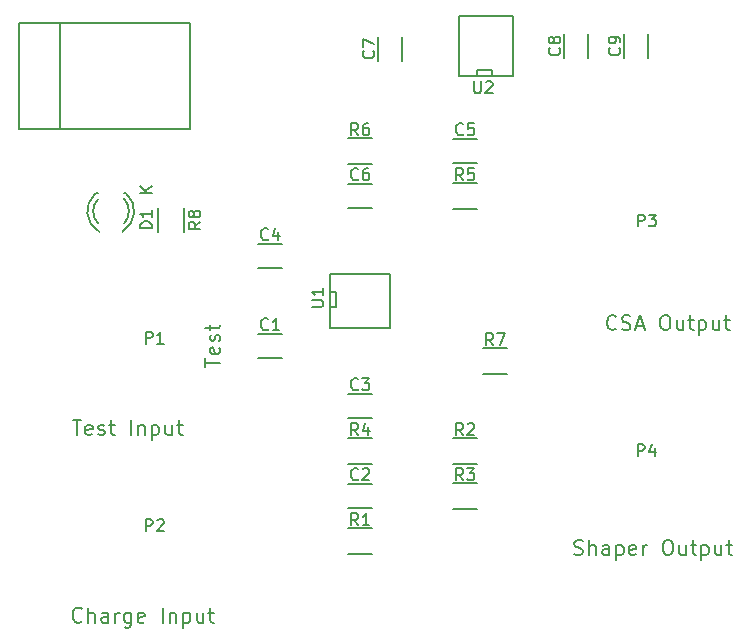
<source format=gbr>
G04 #@! TF.FileFunction,Legend,Top*
%FSLAX46Y46*%
G04 Gerber Fmt 4.6, Leading zero omitted, Abs format (unit mm)*
G04 Created by KiCad (PCBNEW 4.0.1-stable) date Wednesday, May 18, 2016 'PMt' 12:19:56 PM*
%MOMM*%
G01*
G04 APERTURE LIST*
%ADD10C,0.100000*%
%ADD11C,0.177800*%
%ADD12C,0.150000*%
G04 APERTURE END LIST*
D10*
D11*
X178858333Y-86299524D02*
X179584048Y-86299524D01*
X179221191Y-87569524D02*
X179221191Y-86299524D01*
X180491190Y-87509048D02*
X180370238Y-87569524D01*
X180128333Y-87569524D01*
X180007381Y-87509048D01*
X179946905Y-87388095D01*
X179946905Y-86904286D01*
X180007381Y-86783333D01*
X180128333Y-86722857D01*
X180370238Y-86722857D01*
X180491190Y-86783333D01*
X180551667Y-86904286D01*
X180551667Y-87025238D01*
X179946905Y-87146190D01*
X181035476Y-87509048D02*
X181156428Y-87569524D01*
X181398333Y-87569524D01*
X181519285Y-87509048D01*
X181579761Y-87388095D01*
X181579761Y-87327619D01*
X181519285Y-87206667D01*
X181398333Y-87146190D01*
X181216904Y-87146190D01*
X181095952Y-87085714D01*
X181035476Y-86964762D01*
X181035476Y-86904286D01*
X181095952Y-86783333D01*
X181216904Y-86722857D01*
X181398333Y-86722857D01*
X181519285Y-86783333D01*
X181942618Y-86722857D02*
X182426428Y-86722857D01*
X182124047Y-86299524D02*
X182124047Y-87388095D01*
X182184523Y-87509048D01*
X182305476Y-87569524D01*
X182426428Y-87569524D01*
X183817380Y-87569524D02*
X183817380Y-86299524D01*
X184422142Y-86722857D02*
X184422142Y-87569524D01*
X184422142Y-86843810D02*
X184482618Y-86783333D01*
X184603571Y-86722857D01*
X184784999Y-86722857D01*
X184905951Y-86783333D01*
X184966428Y-86904286D01*
X184966428Y-87569524D01*
X185571190Y-86722857D02*
X185571190Y-87992857D01*
X185571190Y-86783333D02*
X185692142Y-86722857D01*
X185934047Y-86722857D01*
X186054999Y-86783333D01*
X186115476Y-86843810D01*
X186175952Y-86964762D01*
X186175952Y-87327619D01*
X186115476Y-87448571D01*
X186054999Y-87509048D01*
X185934047Y-87569524D01*
X185692142Y-87569524D01*
X185571190Y-87509048D01*
X187264524Y-86722857D02*
X187264524Y-87569524D01*
X186720238Y-86722857D02*
X186720238Y-87388095D01*
X186780714Y-87509048D01*
X186901667Y-87569524D01*
X187083095Y-87569524D01*
X187204047Y-87509048D01*
X187264524Y-87448571D01*
X187687857Y-86722857D02*
X188171667Y-86722857D01*
X187869286Y-86299524D02*
X187869286Y-87388095D01*
X187929762Y-87509048D01*
X188050715Y-87569524D01*
X188171667Y-87569524D01*
X224880714Y-78558571D02*
X224820238Y-78619048D01*
X224638809Y-78679524D01*
X224517857Y-78679524D01*
X224336429Y-78619048D01*
X224215476Y-78498095D01*
X224155000Y-78377143D01*
X224094524Y-78135238D01*
X224094524Y-77953810D01*
X224155000Y-77711905D01*
X224215476Y-77590952D01*
X224336429Y-77470000D01*
X224517857Y-77409524D01*
X224638809Y-77409524D01*
X224820238Y-77470000D01*
X224880714Y-77530476D01*
X225364524Y-78619048D02*
X225545952Y-78679524D01*
X225848333Y-78679524D01*
X225969286Y-78619048D01*
X226029762Y-78558571D01*
X226090238Y-78437619D01*
X226090238Y-78316667D01*
X226029762Y-78195714D01*
X225969286Y-78135238D01*
X225848333Y-78074762D01*
X225606429Y-78014286D01*
X225485476Y-77953810D01*
X225425000Y-77893333D01*
X225364524Y-77772381D01*
X225364524Y-77651429D01*
X225425000Y-77530476D01*
X225485476Y-77470000D01*
X225606429Y-77409524D01*
X225908809Y-77409524D01*
X226090238Y-77470000D01*
X226574048Y-78316667D02*
X227178810Y-78316667D01*
X226453095Y-78679524D02*
X226876429Y-77409524D01*
X227299762Y-78679524D01*
X228932619Y-77409524D02*
X229174523Y-77409524D01*
X229295476Y-77470000D01*
X229416428Y-77590952D01*
X229476904Y-77832857D01*
X229476904Y-78256190D01*
X229416428Y-78498095D01*
X229295476Y-78619048D01*
X229174523Y-78679524D01*
X228932619Y-78679524D01*
X228811666Y-78619048D01*
X228690714Y-78498095D01*
X228630238Y-78256190D01*
X228630238Y-77832857D01*
X228690714Y-77590952D01*
X228811666Y-77470000D01*
X228932619Y-77409524D01*
X230565476Y-77832857D02*
X230565476Y-78679524D01*
X230021190Y-77832857D02*
X230021190Y-78498095D01*
X230081666Y-78619048D01*
X230202619Y-78679524D01*
X230384047Y-78679524D01*
X230504999Y-78619048D01*
X230565476Y-78558571D01*
X230988809Y-77832857D02*
X231472619Y-77832857D01*
X231170238Y-77409524D02*
X231170238Y-78498095D01*
X231230714Y-78619048D01*
X231351667Y-78679524D01*
X231472619Y-78679524D01*
X231895952Y-77832857D02*
X231895952Y-79102857D01*
X231895952Y-77893333D02*
X232016904Y-77832857D01*
X232258809Y-77832857D01*
X232379761Y-77893333D01*
X232440238Y-77953810D01*
X232500714Y-78074762D01*
X232500714Y-78437619D01*
X232440238Y-78558571D01*
X232379761Y-78619048D01*
X232258809Y-78679524D01*
X232016904Y-78679524D01*
X231895952Y-78619048D01*
X233589286Y-77832857D02*
X233589286Y-78679524D01*
X233045000Y-77832857D02*
X233045000Y-78498095D01*
X233105476Y-78619048D01*
X233226429Y-78679524D01*
X233407857Y-78679524D01*
X233528809Y-78619048D01*
X233589286Y-78558571D01*
X234012619Y-77832857D02*
X234496429Y-77832857D01*
X234194048Y-77409524D02*
X234194048Y-78498095D01*
X234254524Y-78619048D01*
X234375477Y-78679524D01*
X234496429Y-78679524D01*
X221342857Y-97669048D02*
X221524285Y-97729524D01*
X221826666Y-97729524D01*
X221947619Y-97669048D01*
X222008095Y-97608571D01*
X222068571Y-97487619D01*
X222068571Y-97366667D01*
X222008095Y-97245714D01*
X221947619Y-97185238D01*
X221826666Y-97124762D01*
X221584762Y-97064286D01*
X221463809Y-97003810D01*
X221403333Y-96943333D01*
X221342857Y-96822381D01*
X221342857Y-96701429D01*
X221403333Y-96580476D01*
X221463809Y-96520000D01*
X221584762Y-96459524D01*
X221887142Y-96459524D01*
X222068571Y-96520000D01*
X222612857Y-97729524D02*
X222612857Y-96459524D01*
X223157143Y-97729524D02*
X223157143Y-97064286D01*
X223096666Y-96943333D01*
X222975714Y-96882857D01*
X222794286Y-96882857D01*
X222673333Y-96943333D01*
X222612857Y-97003810D01*
X224306191Y-97729524D02*
X224306191Y-97064286D01*
X224245714Y-96943333D01*
X224124762Y-96882857D01*
X223882857Y-96882857D01*
X223761905Y-96943333D01*
X224306191Y-97669048D02*
X224185238Y-97729524D01*
X223882857Y-97729524D01*
X223761905Y-97669048D01*
X223701429Y-97548095D01*
X223701429Y-97427143D01*
X223761905Y-97306190D01*
X223882857Y-97245714D01*
X224185238Y-97245714D01*
X224306191Y-97185238D01*
X224910953Y-96882857D02*
X224910953Y-98152857D01*
X224910953Y-96943333D02*
X225031905Y-96882857D01*
X225273810Y-96882857D01*
X225394762Y-96943333D01*
X225455239Y-97003810D01*
X225515715Y-97124762D01*
X225515715Y-97487619D01*
X225455239Y-97608571D01*
X225394762Y-97669048D01*
X225273810Y-97729524D01*
X225031905Y-97729524D01*
X224910953Y-97669048D01*
X226543810Y-97669048D02*
X226422858Y-97729524D01*
X226180953Y-97729524D01*
X226060001Y-97669048D01*
X225999525Y-97548095D01*
X225999525Y-97064286D01*
X226060001Y-96943333D01*
X226180953Y-96882857D01*
X226422858Y-96882857D01*
X226543810Y-96943333D01*
X226604287Y-97064286D01*
X226604287Y-97185238D01*
X225999525Y-97306190D01*
X227148572Y-97729524D02*
X227148572Y-96882857D01*
X227148572Y-97124762D02*
X227209048Y-97003810D01*
X227269524Y-96943333D01*
X227390477Y-96882857D01*
X227511429Y-96882857D01*
X229144286Y-96459524D02*
X229386190Y-96459524D01*
X229507143Y-96520000D01*
X229628095Y-96640952D01*
X229688571Y-96882857D01*
X229688571Y-97306190D01*
X229628095Y-97548095D01*
X229507143Y-97669048D01*
X229386190Y-97729524D01*
X229144286Y-97729524D01*
X229023333Y-97669048D01*
X228902381Y-97548095D01*
X228841905Y-97306190D01*
X228841905Y-96882857D01*
X228902381Y-96640952D01*
X229023333Y-96520000D01*
X229144286Y-96459524D01*
X230777143Y-96882857D02*
X230777143Y-97729524D01*
X230232857Y-96882857D02*
X230232857Y-97548095D01*
X230293333Y-97669048D01*
X230414286Y-97729524D01*
X230595714Y-97729524D01*
X230716666Y-97669048D01*
X230777143Y-97608571D01*
X231200476Y-96882857D02*
X231684286Y-96882857D01*
X231381905Y-96459524D02*
X231381905Y-97548095D01*
X231442381Y-97669048D01*
X231563334Y-97729524D01*
X231684286Y-97729524D01*
X232107619Y-96882857D02*
X232107619Y-98152857D01*
X232107619Y-96943333D02*
X232228571Y-96882857D01*
X232470476Y-96882857D01*
X232591428Y-96943333D01*
X232651905Y-97003810D01*
X232712381Y-97124762D01*
X232712381Y-97487619D01*
X232651905Y-97608571D01*
X232591428Y-97669048D01*
X232470476Y-97729524D01*
X232228571Y-97729524D01*
X232107619Y-97669048D01*
X233800953Y-96882857D02*
X233800953Y-97729524D01*
X233256667Y-96882857D02*
X233256667Y-97548095D01*
X233317143Y-97669048D01*
X233438096Y-97729524D01*
X233619524Y-97729524D01*
X233740476Y-97669048D01*
X233800953Y-97608571D01*
X234224286Y-96882857D02*
X234708096Y-96882857D01*
X234405715Y-96459524D02*
X234405715Y-97548095D01*
X234466191Y-97669048D01*
X234587144Y-97729524D01*
X234708096Y-97729524D01*
X179644523Y-103323571D02*
X179584047Y-103384048D01*
X179402618Y-103444524D01*
X179281666Y-103444524D01*
X179100238Y-103384048D01*
X178979285Y-103263095D01*
X178918809Y-103142143D01*
X178858333Y-102900238D01*
X178858333Y-102718810D01*
X178918809Y-102476905D01*
X178979285Y-102355952D01*
X179100238Y-102235000D01*
X179281666Y-102174524D01*
X179402618Y-102174524D01*
X179584047Y-102235000D01*
X179644523Y-102295476D01*
X180188809Y-103444524D02*
X180188809Y-102174524D01*
X180733095Y-103444524D02*
X180733095Y-102779286D01*
X180672618Y-102658333D01*
X180551666Y-102597857D01*
X180370238Y-102597857D01*
X180249285Y-102658333D01*
X180188809Y-102718810D01*
X181882143Y-103444524D02*
X181882143Y-102779286D01*
X181821666Y-102658333D01*
X181700714Y-102597857D01*
X181458809Y-102597857D01*
X181337857Y-102658333D01*
X181882143Y-103384048D02*
X181761190Y-103444524D01*
X181458809Y-103444524D01*
X181337857Y-103384048D01*
X181277381Y-103263095D01*
X181277381Y-103142143D01*
X181337857Y-103021190D01*
X181458809Y-102960714D01*
X181761190Y-102960714D01*
X181882143Y-102900238D01*
X182486905Y-103444524D02*
X182486905Y-102597857D01*
X182486905Y-102839762D02*
X182547381Y-102718810D01*
X182607857Y-102658333D01*
X182728810Y-102597857D01*
X182849762Y-102597857D01*
X183817381Y-102597857D02*
X183817381Y-103625952D01*
X183756904Y-103746905D01*
X183696428Y-103807381D01*
X183575476Y-103867857D01*
X183394047Y-103867857D01*
X183273095Y-103807381D01*
X183817381Y-103384048D02*
X183696428Y-103444524D01*
X183454524Y-103444524D01*
X183333571Y-103384048D01*
X183273095Y-103323571D01*
X183212619Y-103202619D01*
X183212619Y-102839762D01*
X183273095Y-102718810D01*
X183333571Y-102658333D01*
X183454524Y-102597857D01*
X183696428Y-102597857D01*
X183817381Y-102658333D01*
X184905952Y-103384048D02*
X184785000Y-103444524D01*
X184543095Y-103444524D01*
X184422143Y-103384048D01*
X184361667Y-103263095D01*
X184361667Y-102779286D01*
X184422143Y-102658333D01*
X184543095Y-102597857D01*
X184785000Y-102597857D01*
X184905952Y-102658333D01*
X184966429Y-102779286D01*
X184966429Y-102900238D01*
X184361667Y-103021190D01*
X186478333Y-103444524D02*
X186478333Y-102174524D01*
X187083095Y-102597857D02*
X187083095Y-103444524D01*
X187083095Y-102718810D02*
X187143571Y-102658333D01*
X187264524Y-102597857D01*
X187445952Y-102597857D01*
X187566904Y-102658333D01*
X187627381Y-102779286D01*
X187627381Y-103444524D01*
X188232143Y-102597857D02*
X188232143Y-103867857D01*
X188232143Y-102658333D02*
X188353095Y-102597857D01*
X188595000Y-102597857D01*
X188715952Y-102658333D01*
X188776429Y-102718810D01*
X188836905Y-102839762D01*
X188836905Y-103202619D01*
X188776429Y-103323571D01*
X188715952Y-103384048D01*
X188595000Y-103444524D01*
X188353095Y-103444524D01*
X188232143Y-103384048D01*
X189925477Y-102597857D02*
X189925477Y-103444524D01*
X189381191Y-102597857D02*
X189381191Y-103263095D01*
X189441667Y-103384048D01*
X189562620Y-103444524D01*
X189744048Y-103444524D01*
X189865000Y-103384048D01*
X189925477Y-103323571D01*
X190348810Y-102597857D02*
X190832620Y-102597857D01*
X190530239Y-102174524D02*
X190530239Y-103263095D01*
X190590715Y-103384048D01*
X190711668Y-103444524D01*
X190832620Y-103444524D01*
X190058524Y-81794047D02*
X190058524Y-81068332D01*
X191328524Y-81431189D02*
X190058524Y-81431189D01*
X191268048Y-80161190D02*
X191328524Y-80282142D01*
X191328524Y-80524047D01*
X191268048Y-80644999D01*
X191147095Y-80705475D01*
X190663286Y-80705475D01*
X190542333Y-80644999D01*
X190481857Y-80524047D01*
X190481857Y-80282142D01*
X190542333Y-80161190D01*
X190663286Y-80100713D01*
X190784238Y-80100713D01*
X190905190Y-80705475D01*
X191268048Y-79616904D02*
X191328524Y-79495952D01*
X191328524Y-79254047D01*
X191268048Y-79133095D01*
X191147095Y-79072619D01*
X191086619Y-79072619D01*
X190965667Y-79133095D01*
X190905190Y-79254047D01*
X190905190Y-79435476D01*
X190844714Y-79556428D01*
X190723762Y-79616904D01*
X190663286Y-79616904D01*
X190542333Y-79556428D01*
X190481857Y-79435476D01*
X190481857Y-79254047D01*
X190542333Y-79133095D01*
X190481857Y-78709762D02*
X190481857Y-78225952D01*
X190058524Y-78528333D02*
X191147095Y-78528333D01*
X191268048Y-78467857D01*
X191328524Y-78346904D01*
X191328524Y-78225952D01*
D12*
X194580000Y-81035000D02*
X196580000Y-81035000D01*
X196580000Y-78985000D02*
X194580000Y-78985000D01*
X202200000Y-93735000D02*
X204200000Y-93735000D01*
X204200000Y-91685000D02*
X202200000Y-91685000D01*
X204200000Y-84065000D02*
X202200000Y-84065000D01*
X202200000Y-86115000D02*
X204200000Y-86115000D01*
X194580000Y-73415000D02*
X196580000Y-73415000D01*
X196580000Y-71365000D02*
X194580000Y-71365000D01*
X211090000Y-64525000D02*
X213090000Y-64525000D01*
X213090000Y-62475000D02*
X211090000Y-62475000D01*
X204200000Y-66285000D02*
X202200000Y-66285000D01*
X202200000Y-68335000D02*
X204200000Y-68335000D01*
X204715000Y-53864000D02*
X204715000Y-55864000D01*
X206765000Y-55864000D02*
X206765000Y-53864000D01*
X220463000Y-53610000D02*
X220463000Y-55610000D01*
X222513000Y-55610000D02*
X222513000Y-53610000D01*
X225543000Y-53610000D02*
X225543000Y-55610000D01*
X227593000Y-55610000D02*
X227593000Y-53610000D01*
X177804700Y-52649120D02*
X177804700Y-61650880D01*
X174304580Y-52649120D02*
X174304580Y-61650880D01*
X174304580Y-61650880D02*
X188805440Y-61650880D01*
X188805440Y-61650880D02*
X188805440Y-52649120D01*
X188805440Y-52649120D02*
X174304580Y-52649120D01*
X180804000Y-67111000D02*
X181004000Y-67111000D01*
X183398000Y-67111000D02*
X183218000Y-67111000D01*
X183087643Y-70338744D02*
G75*
G03X183404000Y-67111000I-1003643J1727744D01*
G01*
X183217068Y-69663006D02*
G75*
G03X183218000Y-67560000I-1133068J1052006D01*
G01*
X180777274Y-67123780D02*
G75*
G03X181124000Y-70361000I1306726J-1497220D01*
G01*
X181004747Y-67597111D02*
G75*
G03X181024000Y-69645000I1079253J-1013889D01*
G01*
X204200000Y-97595000D02*
X202200000Y-97595000D01*
X202200000Y-95445000D02*
X204200000Y-95445000D01*
X213090000Y-89975000D02*
X211090000Y-89975000D01*
X211090000Y-87825000D02*
X213090000Y-87825000D01*
X211090000Y-91635000D02*
X213090000Y-91635000D01*
X213090000Y-93785000D02*
X211090000Y-93785000D01*
X204200000Y-89975000D02*
X202200000Y-89975000D01*
X202200000Y-87825000D02*
X204200000Y-87825000D01*
X213090000Y-68385000D02*
X211090000Y-68385000D01*
X211090000Y-66235000D02*
X213090000Y-66235000D01*
X204200000Y-64575000D02*
X202200000Y-64575000D01*
X202200000Y-62425000D02*
X204200000Y-62425000D01*
X213630000Y-80205000D02*
X215630000Y-80205000D01*
X215630000Y-82355000D02*
X213630000Y-82355000D01*
X188273000Y-68342000D02*
X188273000Y-70342000D01*
X186123000Y-70342000D02*
X186123000Y-68342000D01*
X200660000Y-73914000D02*
X205740000Y-73914000D01*
X205740000Y-73914000D02*
X205740000Y-78486000D01*
X205740000Y-78486000D02*
X200660000Y-78486000D01*
X200660000Y-78486000D02*
X200660000Y-73914000D01*
X200660000Y-75438000D02*
X201168000Y-75438000D01*
X201168000Y-75438000D02*
X201168000Y-76708000D01*
X201168000Y-76708000D02*
X200660000Y-76708000D01*
X211582000Y-57150000D02*
X211582000Y-52070000D01*
X211582000Y-52070000D02*
X216154000Y-52070000D01*
X216154000Y-52070000D02*
X216154000Y-57150000D01*
X216154000Y-57150000D02*
X211582000Y-57150000D01*
X213106000Y-57150000D02*
X213106000Y-56642000D01*
X213106000Y-56642000D02*
X214376000Y-56642000D01*
X214376000Y-56642000D02*
X214376000Y-57150000D01*
X195413334Y-78589143D02*
X195365715Y-78636762D01*
X195222858Y-78684381D01*
X195127620Y-78684381D01*
X194984762Y-78636762D01*
X194889524Y-78541524D01*
X194841905Y-78446286D01*
X194794286Y-78255810D01*
X194794286Y-78112952D01*
X194841905Y-77922476D01*
X194889524Y-77827238D01*
X194984762Y-77732000D01*
X195127620Y-77684381D01*
X195222858Y-77684381D01*
X195365715Y-77732000D01*
X195413334Y-77779619D01*
X196365715Y-78684381D02*
X195794286Y-78684381D01*
X196080000Y-78684381D02*
X196080000Y-77684381D01*
X195984762Y-77827238D01*
X195889524Y-77922476D01*
X195794286Y-77970095D01*
X203033334Y-91289143D02*
X202985715Y-91336762D01*
X202842858Y-91384381D01*
X202747620Y-91384381D01*
X202604762Y-91336762D01*
X202509524Y-91241524D01*
X202461905Y-91146286D01*
X202414286Y-90955810D01*
X202414286Y-90812952D01*
X202461905Y-90622476D01*
X202509524Y-90527238D01*
X202604762Y-90432000D01*
X202747620Y-90384381D01*
X202842858Y-90384381D01*
X202985715Y-90432000D01*
X203033334Y-90479619D01*
X203414286Y-90479619D02*
X203461905Y-90432000D01*
X203557143Y-90384381D01*
X203795239Y-90384381D01*
X203890477Y-90432000D01*
X203938096Y-90479619D01*
X203985715Y-90574857D01*
X203985715Y-90670095D01*
X203938096Y-90812952D01*
X203366667Y-91384381D01*
X203985715Y-91384381D01*
X203033334Y-83669143D02*
X202985715Y-83716762D01*
X202842858Y-83764381D01*
X202747620Y-83764381D01*
X202604762Y-83716762D01*
X202509524Y-83621524D01*
X202461905Y-83526286D01*
X202414286Y-83335810D01*
X202414286Y-83192952D01*
X202461905Y-83002476D01*
X202509524Y-82907238D01*
X202604762Y-82812000D01*
X202747620Y-82764381D01*
X202842858Y-82764381D01*
X202985715Y-82812000D01*
X203033334Y-82859619D01*
X203366667Y-82764381D02*
X203985715Y-82764381D01*
X203652381Y-83145333D01*
X203795239Y-83145333D01*
X203890477Y-83192952D01*
X203938096Y-83240571D01*
X203985715Y-83335810D01*
X203985715Y-83573905D01*
X203938096Y-83669143D01*
X203890477Y-83716762D01*
X203795239Y-83764381D01*
X203509524Y-83764381D01*
X203414286Y-83716762D01*
X203366667Y-83669143D01*
X195413334Y-70969143D02*
X195365715Y-71016762D01*
X195222858Y-71064381D01*
X195127620Y-71064381D01*
X194984762Y-71016762D01*
X194889524Y-70921524D01*
X194841905Y-70826286D01*
X194794286Y-70635810D01*
X194794286Y-70492952D01*
X194841905Y-70302476D01*
X194889524Y-70207238D01*
X194984762Y-70112000D01*
X195127620Y-70064381D01*
X195222858Y-70064381D01*
X195365715Y-70112000D01*
X195413334Y-70159619D01*
X196270477Y-70397714D02*
X196270477Y-71064381D01*
X196032381Y-70016762D02*
X195794286Y-70731048D01*
X196413334Y-70731048D01*
X211923334Y-62079143D02*
X211875715Y-62126762D01*
X211732858Y-62174381D01*
X211637620Y-62174381D01*
X211494762Y-62126762D01*
X211399524Y-62031524D01*
X211351905Y-61936286D01*
X211304286Y-61745810D01*
X211304286Y-61602952D01*
X211351905Y-61412476D01*
X211399524Y-61317238D01*
X211494762Y-61222000D01*
X211637620Y-61174381D01*
X211732858Y-61174381D01*
X211875715Y-61222000D01*
X211923334Y-61269619D01*
X212828096Y-61174381D02*
X212351905Y-61174381D01*
X212304286Y-61650571D01*
X212351905Y-61602952D01*
X212447143Y-61555333D01*
X212685239Y-61555333D01*
X212780477Y-61602952D01*
X212828096Y-61650571D01*
X212875715Y-61745810D01*
X212875715Y-61983905D01*
X212828096Y-62079143D01*
X212780477Y-62126762D01*
X212685239Y-62174381D01*
X212447143Y-62174381D01*
X212351905Y-62126762D01*
X212304286Y-62079143D01*
X203033334Y-65889143D02*
X202985715Y-65936762D01*
X202842858Y-65984381D01*
X202747620Y-65984381D01*
X202604762Y-65936762D01*
X202509524Y-65841524D01*
X202461905Y-65746286D01*
X202414286Y-65555810D01*
X202414286Y-65412952D01*
X202461905Y-65222476D01*
X202509524Y-65127238D01*
X202604762Y-65032000D01*
X202747620Y-64984381D01*
X202842858Y-64984381D01*
X202985715Y-65032000D01*
X203033334Y-65079619D01*
X203890477Y-64984381D02*
X203700000Y-64984381D01*
X203604762Y-65032000D01*
X203557143Y-65079619D01*
X203461905Y-65222476D01*
X203414286Y-65412952D01*
X203414286Y-65793905D01*
X203461905Y-65889143D01*
X203509524Y-65936762D01*
X203604762Y-65984381D01*
X203795239Y-65984381D01*
X203890477Y-65936762D01*
X203938096Y-65889143D01*
X203985715Y-65793905D01*
X203985715Y-65555810D01*
X203938096Y-65460571D01*
X203890477Y-65412952D01*
X203795239Y-65365333D01*
X203604762Y-65365333D01*
X203509524Y-65412952D01*
X203461905Y-65460571D01*
X203414286Y-65555810D01*
X204319143Y-55030666D02*
X204366762Y-55078285D01*
X204414381Y-55221142D01*
X204414381Y-55316380D01*
X204366762Y-55459238D01*
X204271524Y-55554476D01*
X204176286Y-55602095D01*
X203985810Y-55649714D01*
X203842952Y-55649714D01*
X203652476Y-55602095D01*
X203557238Y-55554476D01*
X203462000Y-55459238D01*
X203414381Y-55316380D01*
X203414381Y-55221142D01*
X203462000Y-55078285D01*
X203509619Y-55030666D01*
X203414381Y-54697333D02*
X203414381Y-54030666D01*
X204414381Y-54459238D01*
X220067143Y-54776666D02*
X220114762Y-54824285D01*
X220162381Y-54967142D01*
X220162381Y-55062380D01*
X220114762Y-55205238D01*
X220019524Y-55300476D01*
X219924286Y-55348095D01*
X219733810Y-55395714D01*
X219590952Y-55395714D01*
X219400476Y-55348095D01*
X219305238Y-55300476D01*
X219210000Y-55205238D01*
X219162381Y-55062380D01*
X219162381Y-54967142D01*
X219210000Y-54824285D01*
X219257619Y-54776666D01*
X219590952Y-54205238D02*
X219543333Y-54300476D01*
X219495714Y-54348095D01*
X219400476Y-54395714D01*
X219352857Y-54395714D01*
X219257619Y-54348095D01*
X219210000Y-54300476D01*
X219162381Y-54205238D01*
X219162381Y-54014761D01*
X219210000Y-53919523D01*
X219257619Y-53871904D01*
X219352857Y-53824285D01*
X219400476Y-53824285D01*
X219495714Y-53871904D01*
X219543333Y-53919523D01*
X219590952Y-54014761D01*
X219590952Y-54205238D01*
X219638571Y-54300476D01*
X219686190Y-54348095D01*
X219781429Y-54395714D01*
X219971905Y-54395714D01*
X220067143Y-54348095D01*
X220114762Y-54300476D01*
X220162381Y-54205238D01*
X220162381Y-54014761D01*
X220114762Y-53919523D01*
X220067143Y-53871904D01*
X219971905Y-53824285D01*
X219781429Y-53824285D01*
X219686190Y-53871904D01*
X219638571Y-53919523D01*
X219590952Y-54014761D01*
X225147143Y-54776666D02*
X225194762Y-54824285D01*
X225242381Y-54967142D01*
X225242381Y-55062380D01*
X225194762Y-55205238D01*
X225099524Y-55300476D01*
X225004286Y-55348095D01*
X224813810Y-55395714D01*
X224670952Y-55395714D01*
X224480476Y-55348095D01*
X224385238Y-55300476D01*
X224290000Y-55205238D01*
X224242381Y-55062380D01*
X224242381Y-54967142D01*
X224290000Y-54824285D01*
X224337619Y-54776666D01*
X225242381Y-54300476D02*
X225242381Y-54110000D01*
X225194762Y-54014761D01*
X225147143Y-53967142D01*
X225004286Y-53871904D01*
X224813810Y-53824285D01*
X224432857Y-53824285D01*
X224337619Y-53871904D01*
X224290000Y-53919523D01*
X224242381Y-54014761D01*
X224242381Y-54205238D01*
X224290000Y-54300476D01*
X224337619Y-54348095D01*
X224432857Y-54395714D01*
X224670952Y-54395714D01*
X224766190Y-54348095D01*
X224813810Y-54300476D01*
X224861429Y-54205238D01*
X224861429Y-54014761D01*
X224813810Y-53919523D01*
X224766190Y-53871904D01*
X224670952Y-53824285D01*
X185570381Y-70048095D02*
X184570381Y-70048095D01*
X184570381Y-69810000D01*
X184618000Y-69667142D01*
X184713238Y-69571904D01*
X184808476Y-69524285D01*
X184998952Y-69476666D01*
X185141810Y-69476666D01*
X185332286Y-69524285D01*
X185427524Y-69571904D01*
X185522762Y-69667142D01*
X185570381Y-69810000D01*
X185570381Y-70048095D01*
X185570381Y-68524285D02*
X185570381Y-69095714D01*
X185570381Y-68810000D02*
X184570381Y-68810000D01*
X184713238Y-68905238D01*
X184808476Y-69000476D01*
X184856095Y-69095714D01*
X185570381Y-67071905D02*
X184570381Y-67071905D01*
X185570381Y-66500476D02*
X184998952Y-66929048D01*
X184570381Y-66500476D02*
X185141810Y-67071905D01*
X203033334Y-95194381D02*
X202700000Y-94718190D01*
X202461905Y-95194381D02*
X202461905Y-94194381D01*
X202842858Y-94194381D01*
X202938096Y-94242000D01*
X202985715Y-94289619D01*
X203033334Y-94384857D01*
X203033334Y-94527714D01*
X202985715Y-94622952D01*
X202938096Y-94670571D01*
X202842858Y-94718190D01*
X202461905Y-94718190D01*
X203985715Y-95194381D02*
X203414286Y-95194381D01*
X203700000Y-95194381D02*
X203700000Y-94194381D01*
X203604762Y-94337238D01*
X203509524Y-94432476D01*
X203414286Y-94480095D01*
X211923334Y-87574381D02*
X211590000Y-87098190D01*
X211351905Y-87574381D02*
X211351905Y-86574381D01*
X211732858Y-86574381D01*
X211828096Y-86622000D01*
X211875715Y-86669619D01*
X211923334Y-86764857D01*
X211923334Y-86907714D01*
X211875715Y-87002952D01*
X211828096Y-87050571D01*
X211732858Y-87098190D01*
X211351905Y-87098190D01*
X212304286Y-86669619D02*
X212351905Y-86622000D01*
X212447143Y-86574381D01*
X212685239Y-86574381D01*
X212780477Y-86622000D01*
X212828096Y-86669619D01*
X212875715Y-86764857D01*
X212875715Y-86860095D01*
X212828096Y-87002952D01*
X212256667Y-87574381D01*
X212875715Y-87574381D01*
X211923334Y-91384381D02*
X211590000Y-90908190D01*
X211351905Y-91384381D02*
X211351905Y-90384381D01*
X211732858Y-90384381D01*
X211828096Y-90432000D01*
X211875715Y-90479619D01*
X211923334Y-90574857D01*
X211923334Y-90717714D01*
X211875715Y-90812952D01*
X211828096Y-90860571D01*
X211732858Y-90908190D01*
X211351905Y-90908190D01*
X212256667Y-90384381D02*
X212875715Y-90384381D01*
X212542381Y-90765333D01*
X212685239Y-90765333D01*
X212780477Y-90812952D01*
X212828096Y-90860571D01*
X212875715Y-90955810D01*
X212875715Y-91193905D01*
X212828096Y-91289143D01*
X212780477Y-91336762D01*
X212685239Y-91384381D01*
X212399524Y-91384381D01*
X212304286Y-91336762D01*
X212256667Y-91289143D01*
X203033334Y-87574381D02*
X202700000Y-87098190D01*
X202461905Y-87574381D02*
X202461905Y-86574381D01*
X202842858Y-86574381D01*
X202938096Y-86622000D01*
X202985715Y-86669619D01*
X203033334Y-86764857D01*
X203033334Y-86907714D01*
X202985715Y-87002952D01*
X202938096Y-87050571D01*
X202842858Y-87098190D01*
X202461905Y-87098190D01*
X203890477Y-86907714D02*
X203890477Y-87574381D01*
X203652381Y-86526762D02*
X203414286Y-87241048D01*
X204033334Y-87241048D01*
X211923334Y-65984381D02*
X211590000Y-65508190D01*
X211351905Y-65984381D02*
X211351905Y-64984381D01*
X211732858Y-64984381D01*
X211828096Y-65032000D01*
X211875715Y-65079619D01*
X211923334Y-65174857D01*
X211923334Y-65317714D01*
X211875715Y-65412952D01*
X211828096Y-65460571D01*
X211732858Y-65508190D01*
X211351905Y-65508190D01*
X212828096Y-64984381D02*
X212351905Y-64984381D01*
X212304286Y-65460571D01*
X212351905Y-65412952D01*
X212447143Y-65365333D01*
X212685239Y-65365333D01*
X212780477Y-65412952D01*
X212828096Y-65460571D01*
X212875715Y-65555810D01*
X212875715Y-65793905D01*
X212828096Y-65889143D01*
X212780477Y-65936762D01*
X212685239Y-65984381D01*
X212447143Y-65984381D01*
X212351905Y-65936762D01*
X212304286Y-65889143D01*
X203033334Y-62174381D02*
X202700000Y-61698190D01*
X202461905Y-62174381D02*
X202461905Y-61174381D01*
X202842858Y-61174381D01*
X202938096Y-61222000D01*
X202985715Y-61269619D01*
X203033334Y-61364857D01*
X203033334Y-61507714D01*
X202985715Y-61602952D01*
X202938096Y-61650571D01*
X202842858Y-61698190D01*
X202461905Y-61698190D01*
X203890477Y-61174381D02*
X203700000Y-61174381D01*
X203604762Y-61222000D01*
X203557143Y-61269619D01*
X203461905Y-61412476D01*
X203414286Y-61602952D01*
X203414286Y-61983905D01*
X203461905Y-62079143D01*
X203509524Y-62126762D01*
X203604762Y-62174381D01*
X203795239Y-62174381D01*
X203890477Y-62126762D01*
X203938096Y-62079143D01*
X203985715Y-61983905D01*
X203985715Y-61745810D01*
X203938096Y-61650571D01*
X203890477Y-61602952D01*
X203795239Y-61555333D01*
X203604762Y-61555333D01*
X203509524Y-61602952D01*
X203461905Y-61650571D01*
X203414286Y-61745810D01*
X214463334Y-79954381D02*
X214130000Y-79478190D01*
X213891905Y-79954381D02*
X213891905Y-78954381D01*
X214272858Y-78954381D01*
X214368096Y-79002000D01*
X214415715Y-79049619D01*
X214463334Y-79144857D01*
X214463334Y-79287714D01*
X214415715Y-79382952D01*
X214368096Y-79430571D01*
X214272858Y-79478190D01*
X213891905Y-79478190D01*
X214796667Y-78954381D02*
X215463334Y-78954381D01*
X215034762Y-79954381D01*
X189682381Y-69508666D02*
X189206190Y-69842000D01*
X189682381Y-70080095D02*
X188682381Y-70080095D01*
X188682381Y-69699142D01*
X188730000Y-69603904D01*
X188777619Y-69556285D01*
X188872857Y-69508666D01*
X189015714Y-69508666D01*
X189110952Y-69556285D01*
X189158571Y-69603904D01*
X189206190Y-69699142D01*
X189206190Y-70080095D01*
X189110952Y-68937238D02*
X189063333Y-69032476D01*
X189015714Y-69080095D01*
X188920476Y-69127714D01*
X188872857Y-69127714D01*
X188777619Y-69080095D01*
X188730000Y-69032476D01*
X188682381Y-68937238D01*
X188682381Y-68746761D01*
X188730000Y-68651523D01*
X188777619Y-68603904D01*
X188872857Y-68556285D01*
X188920476Y-68556285D01*
X189015714Y-68603904D01*
X189063333Y-68651523D01*
X189110952Y-68746761D01*
X189110952Y-68937238D01*
X189158571Y-69032476D01*
X189206190Y-69080095D01*
X189301429Y-69127714D01*
X189491905Y-69127714D01*
X189587143Y-69080095D01*
X189634762Y-69032476D01*
X189682381Y-68937238D01*
X189682381Y-68746761D01*
X189634762Y-68651523D01*
X189587143Y-68603904D01*
X189491905Y-68556285D01*
X189301429Y-68556285D01*
X189206190Y-68603904D01*
X189158571Y-68651523D01*
X189110952Y-68746761D01*
X199096381Y-76707905D02*
X199905905Y-76707905D01*
X200001143Y-76660286D01*
X200048762Y-76612667D01*
X200096381Y-76517429D01*
X200096381Y-76326952D01*
X200048762Y-76231714D01*
X200001143Y-76184095D01*
X199905905Y-76136476D01*
X199096381Y-76136476D01*
X200096381Y-75136476D02*
X200096381Y-75707905D01*
X200096381Y-75422191D02*
X199096381Y-75422191D01*
X199239238Y-75517429D01*
X199334476Y-75612667D01*
X199382095Y-75707905D01*
X212852095Y-57618381D02*
X212852095Y-58427905D01*
X212899714Y-58523143D01*
X212947333Y-58570762D01*
X213042571Y-58618381D01*
X213233048Y-58618381D01*
X213328286Y-58570762D01*
X213375905Y-58523143D01*
X213423524Y-58427905D01*
X213423524Y-57618381D01*
X213852095Y-57713619D02*
X213899714Y-57666000D01*
X213994952Y-57618381D01*
X214233048Y-57618381D01*
X214328286Y-57666000D01*
X214375905Y-57713619D01*
X214423524Y-57808857D01*
X214423524Y-57904095D01*
X214375905Y-58046952D01*
X213804476Y-58618381D01*
X214423524Y-58618381D01*
X185061905Y-79827381D02*
X185061905Y-78827381D01*
X185442858Y-78827381D01*
X185538096Y-78875000D01*
X185585715Y-78922619D01*
X185633334Y-79017857D01*
X185633334Y-79160714D01*
X185585715Y-79255952D01*
X185538096Y-79303571D01*
X185442858Y-79351190D01*
X185061905Y-79351190D01*
X186585715Y-79827381D02*
X186014286Y-79827381D01*
X186300000Y-79827381D02*
X186300000Y-78827381D01*
X186204762Y-78970238D01*
X186109524Y-79065476D01*
X186014286Y-79113095D01*
X185061905Y-95702381D02*
X185061905Y-94702381D01*
X185442858Y-94702381D01*
X185538096Y-94750000D01*
X185585715Y-94797619D01*
X185633334Y-94892857D01*
X185633334Y-95035714D01*
X185585715Y-95130952D01*
X185538096Y-95178571D01*
X185442858Y-95226190D01*
X185061905Y-95226190D01*
X186014286Y-94797619D02*
X186061905Y-94750000D01*
X186157143Y-94702381D01*
X186395239Y-94702381D01*
X186490477Y-94750000D01*
X186538096Y-94797619D01*
X186585715Y-94892857D01*
X186585715Y-94988095D01*
X186538096Y-95130952D01*
X185966667Y-95702381D01*
X186585715Y-95702381D01*
X226719905Y-69902381D02*
X226719905Y-68902381D01*
X227100858Y-68902381D01*
X227196096Y-68950000D01*
X227243715Y-68997619D01*
X227291334Y-69092857D01*
X227291334Y-69235714D01*
X227243715Y-69330952D01*
X227196096Y-69378571D01*
X227100858Y-69426190D01*
X226719905Y-69426190D01*
X227624667Y-68902381D02*
X228243715Y-68902381D01*
X227910381Y-69283333D01*
X228053239Y-69283333D01*
X228148477Y-69330952D01*
X228196096Y-69378571D01*
X228243715Y-69473810D01*
X228243715Y-69711905D01*
X228196096Y-69807143D01*
X228148477Y-69854762D01*
X228053239Y-69902381D01*
X227767524Y-69902381D01*
X227672286Y-69854762D01*
X227624667Y-69807143D01*
X226719905Y-89352381D02*
X226719905Y-88352381D01*
X227100858Y-88352381D01*
X227196096Y-88400000D01*
X227243715Y-88447619D01*
X227291334Y-88542857D01*
X227291334Y-88685714D01*
X227243715Y-88780952D01*
X227196096Y-88828571D01*
X227100858Y-88876190D01*
X226719905Y-88876190D01*
X228148477Y-88685714D02*
X228148477Y-89352381D01*
X227910381Y-88304762D02*
X227672286Y-89019048D01*
X228291334Y-89019048D01*
M02*

</source>
